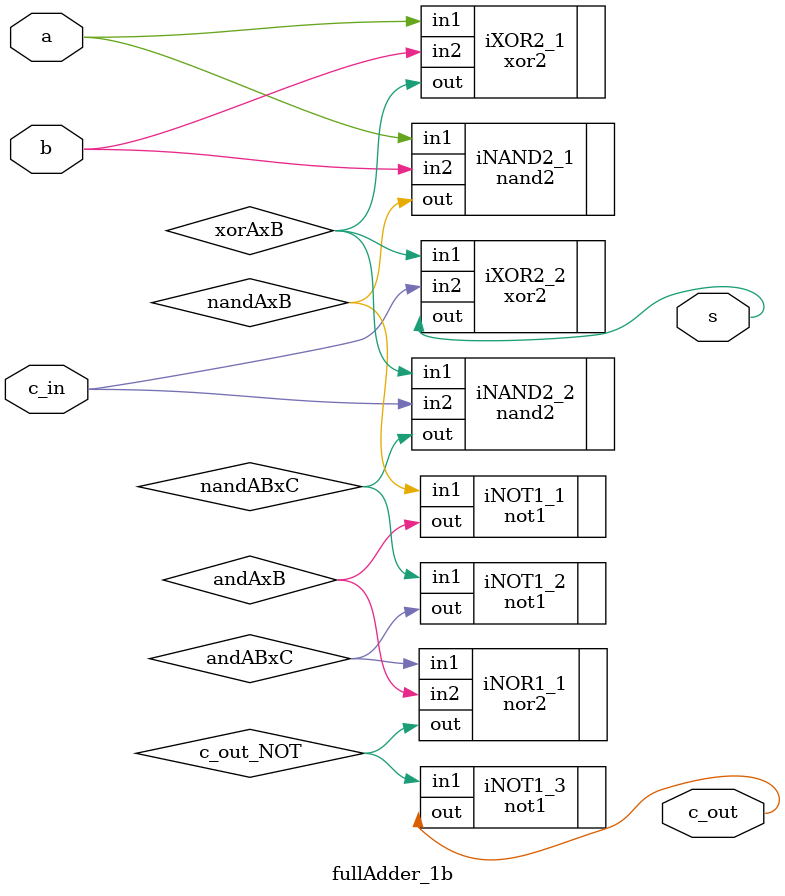
<source format=v>
/*
    CS/ECE 552 FALL '22
    Homework #2, Problem 1
    
    a 1-bit full adder
*/
module fullAdder_1b(s, c_out, a, b, c_in);
    output s;
    output c_out;
    input  a, b;
    input  c_in;

    // YOUR CODE HERE
    
    // internal signals 
    wire xorAxB, nandAxB, andAxB, nandABxC, andABxC, c_out_NOT;
    
    // Full Adder implementation
    xor2 iXOR2_1(.in1(a), .in2(b), .out(xorAxB));
    nand2 iNAND2_1(.in1(a), .in2(b), .out(nandAxB));
    not1 iNOT1_1(.in1(nandAxB), .out(andAxB));
    xor2 iXOR2_2(.in1(xorAxB), .in2(c_in), .out(s));
    nand2 iNAND2_2(.in1(xorAxB), .in2(c_in), .out(nandABxC));
    not1 iNOT1_2(.in1(nandABxC), .out(andABxC));
    nor2 iNOR1_1(.in1(andABxC), .in2(andAxB), .out(c_out_NOT));
    not1 iNOT1_3(.in1(c_out_NOT), .out(c_out));

endmodule

</source>
